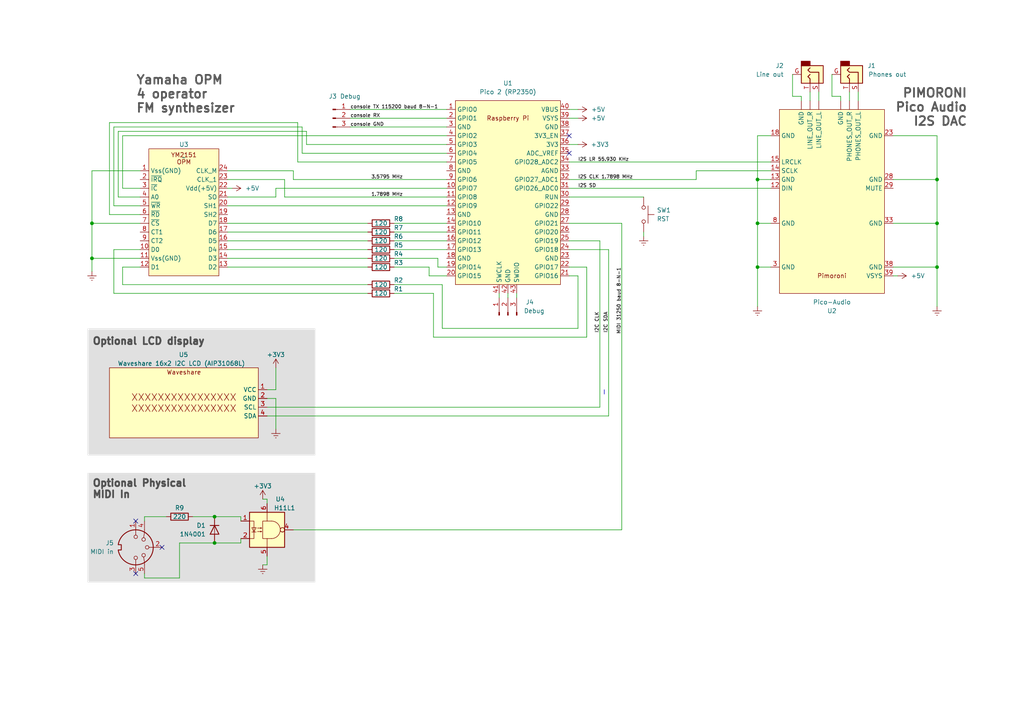
<source format=kicad_sch>
(kicad_sch (version 20230121) (generator eeschema)
  (paper "A4")
  (title_block (title "picoX21H") (date "2025-04-13") (rev "0.02") (company "https://github.com/AnotherJohnH/picoX21H"))
  (lib_symbols
    (symbol "Connector:Conn_01x03_Pin" (pin_names (offset 1.016) hide)
      (property "Reference" "J" (at 0 5.08 0))
      (property "Value" "Conn_01x03_Pin" (at 0 -5.08 0))
      (symbol "Conn_01x03_Pin_1_1"
        (polyline (pts (xy 1.27 -2.54) (xy 0.8636 -2.54)) (stroke (width 0.1524)))
        (polyline (pts (xy 1.27 0) (xy 0.8636 0)) (stroke (width 0.1524)))
        (polyline (pts (xy 1.27 2.54) (xy 0.8636 2.54)) (stroke (width 0.1524)))
        (rectangle (start 0.8636 -2.413) (end 0 -2.667) (stroke (width 0.1524)) (fill (type outline)))
        (rectangle (start 0.8636 0.127) (end 0 -0.127) (stroke (width 0.1524)) (fill (type outline)))
        (rectangle (start 0.8636 2.667) (end 0 2.413) (stroke (width 0.1524)) (fill (type outline)))
        (pin passive line (at 5.08 2.54 180) (length 3.81) (name "Pin_1") (number "1"))
        (pin passive line (at 5.08 0 180) (length 3.81) (name "Pin_2") (number "2"))
        (pin passive line (at 5.08 -2.54 180) (length 3.81) (name "Pin_3") (number "3"))
      )
    )
    (symbol "Connector:DIN-5_180degree" (pin_names (offset 1.016))
      (property "Reference" "J" (at 3.175 5.715 0))
      (property "Value" "DIN-5_180degree" (at 0 -6.35 0))
      (symbol "DIN-5_180degree_0_1"
        (arc (start -5.08 0) (mid -3.8609 -3.3364) (end -0.762 -5.08) (stroke (width 0.254)))
        (circle (center -3.048 0) (radius 0.508))
        (circle (center -2.286 2.286) (radius 0.508))
        (polyline (pts (xy -5.08 0) (xy -3.556 0)))
        (polyline (pts (xy 0 5.08) (xy 0 3.81)))
        (polyline (pts (xy 5.08 0) (xy 3.556 0)))
        (polyline (pts (xy -5.08 2.54) (xy -4.318 2.54) (xy -2.794 2.286)))
        (polyline (pts (xy 5.08 2.54) (xy 4.318 2.54) (xy 2.794 2.286)))
        (polyline (pts (xy -0.762 -4.953) (xy -0.762 -4.191) (xy 0.762 -4.191) (xy 0.762 -4.953)) (stroke (width 0.254)))
        (circle (center 0 3.302) (radius 0.508))
        (arc (start 0.762 -5.08) (mid 3.8685 -3.343) (end 5.08 0) (stroke (width 0.254)))
        (circle (center 2.286 2.286) (radius 0.508))
        (circle (center 3.048 0) (radius 0.508))
        (arc (start 5.08 0) (mid 0 5.0579) (end -5.08 0) (stroke (width 0.254)))
      )
      (symbol "DIN-5_180degree_1_1"
        (pin passive line (at -7.62 0 0) (length 2.54) (name "~") (number "1"))
        (pin passive line (at 0 7.62 270) (length 2.54) (name "~") (number "2"))
        (pin passive line (at 7.62 0 180) (length 2.54) (name "~") (number "3"))
        (pin passive line (at -7.62 2.54 0) (length 2.54) (name "~") (number "4"))
        (pin passive line (at 7.62 2.54 180) (length 2.54) (name "~") (number "5"))
      )
    )
    (symbol "Connector_Audio:AudioJack2_Ground"
      (property "Reference" "J" (at 0 8.89 0))
      (property "Value" "AudioJack2_Ground" (at 0 6.35 0))
      (symbol "AudioJack2_Ground_0_1"
        (rectangle (start -2.54 -2.54) (end -3.81 0) (stroke (width 0.254)) (fill (type outline)))
        (polyline (pts (xy 0 0) (xy 0.635 -0.635) (xy 1.27 0) (xy 2.54 0)) (stroke (width 0.254)))
        (polyline (pts (xy 2.54 2.54) (xy -0.635 2.54) (xy -0.635 0) (xy -1.27 -0.635) (xy -1.905 0)) (stroke (width 0.254)))
        (rectangle (start 2.54 3.81) (end -2.54 -2.54) (stroke (width 0.254)) (fill (type background)))
      )
      (symbol "AudioJack2_Ground_1_1"
        (pin passive line (at 0 -5.08 90) (length 2.54) (name "~") (number "G"))
        (pin passive line (at 5.08 2.54 180) (length 2.54) (name "~") (number "S"))
        (pin passive line (at 5.08 0 180) (length 2.54) (name "~") (number "T"))
      )
    )
    (symbol "Device:R" (pin_numbers hide) (pin_names (offset 0))
      (property "Reference" "R" (at 2.032 0 90))
      (property "Value" "R" (at 0 0 90))
      (symbol "R_0_1"
        (rectangle (start -1.016 -2.54) (end 1.016 2.54) (stroke (width 0.254)))
      )
      (symbol "R_1_1"
        (pin passive line (at 0 3.81 270) (length 1.27) (name "~") (number "1"))
        (pin passive line (at 0 -3.81 90) (length 1.27) (name "~") (number "2"))
      )
    )
    (symbol "Diode:1N4001" (pin_numbers hide) (pin_names hide)
      (property "Reference" "D" (at 0 2.54 0))
      (property "Value" "1N4001" (at 0 -2.54 0))
      (symbol "1N4001_0_1"
        (polyline (pts (xy -1.27 1.27) (xy -1.27 -1.27)) (stroke (width 0.254)))
        (polyline (pts (xy 1.27 0) (xy -1.27 0)))
        (polyline (pts (xy 1.27 1.27) (xy 1.27 -1.27) (xy -1.27 0) (xy 1.27 1.27)) (stroke (width 0.254)))
      )
      (symbol "1N4001_1_1"
        (pin passive line (at -3.81 0 0) (length 2.54) (name "K") (number "1"))
        (pin passive line (at 3.81 0 180) (length 2.54) (name "A") (number "2"))
      )
    )
    (symbol "Isolator:H11L1" (pin_names (offset 1.016))
      (property "Reference" "U" (at 1.27 8.89 0))
      (property "Value" "H11L1" (at 1.27 6.35 0))
      (symbol "H11L1_0_1"
        (rectangle (start -5.08 5.08) (end 5.08 -5.08) (stroke (width 0.254)) (fill (type background)))
        (polyline (pts (xy -4.445 -0.635) (xy -3.175 -0.635)))
        (polyline (pts (xy 0 2.54) (xy 0 5.08)))
        (polyline (pts (xy 0 -2.54) (xy 0 -5.08) (xy 0 -3.81)))
        (polyline (pts (xy -5.08 -2.54) (xy -3.81 -2.54) (xy -3.81 2.54) (xy -5.08 2.54)))
        (polyline (pts (xy -3.81 -0.635) (xy -4.445 0.635) (xy -3.175 0.635) (xy -3.81 -0.635)))
        (polyline (pts (xy 1.27 -2.54) (xy -1.27 -2.54) (xy -1.27 2.54) (xy 1.27 2.54)))
        (polyline (pts (xy -2.794 -0.508) (xy -1.524 -0.508) (xy -1.905 -0.635) (xy -1.905 -0.381) (xy -1.524 -0.508)))
        (polyline (pts (xy -2.794 0.508) (xy -1.524 0.508) (xy -1.905 0.381) (xy -1.905 0.635) (xy -1.524 0.508)))
        (arc (start 1.27 -2.54) (mid 3.799 0) (end 1.27 2.54))
      )
      (symbol "H11L1_1_1"
        (pin passive line (at -7.62 2.54 0) (length 2.54) (name "~") (number "1"))
        (pin passive line (at -7.62 -2.54 0) (length 2.54) (name "~") (number "2"))
        (pin no_connect line (at -5.08 0 0) (length 2.54) hide (name "~") (number "3"))
        (pin output inverted (at 7.62 0 180) (length 3.81) (name "~") (number "4"))
        (pin power_in line (at 0 -7.62 90) (length 2.54) (name "~") (number "5"))
        (pin power_in line (at 0 7.62 270) (length 2.54) (name "~") (number "6"))
      )
    )
    (symbol "MCU_RaspberryPi_and_Boards:Pico 2"
      (property "Reference" "U" (at -13.97 27.94 0))
      (property "Value" "Pico 2 (RP2350)" (at 0 19.05 0))
      (symbol "Pico 2_0_1"
        (rectangle (start -15.24 26.67) (end 15.24 -26.67) (fill (type background)))
      )
      (symbol "Pico 2_1_0"
        (text "Raspberry Pi" (at 0 21.59 0) (effects (font (size 1.27 1.27))))
      )
      (symbol "Pico 2_1_1"
        (pin bidirectional line (at -17.78 24.13 0) (length 2.54) (name "GPIO0") (number "1"))
        (pin bidirectional line (at -17.78 1.27 0) (length 2.54) (name "GPIO7") (number "10"))
        (pin bidirectional line (at -17.78 -1.27 0) (length 2.54) (name "GPIO8") (number "11"))
        (pin bidirectional line (at -17.78 -3.81 0) (length 2.54) (name "GPIO9") (number "12"))
        (pin power_in line (at -17.78 -6.35 0) (length 2.54) (name "GND") (number "13"))
        (pin bidirectional line (at -17.78 -8.89 0) (length 2.54) (name "GPIO10") (number "14"))
        (pin bidirectional line (at -17.78 -11.43 0) (length 2.54) (name "GPIO11") (number "15"))
        (pin bidirectional line (at -17.78 -13.97 0) (length 2.54) (name "GPIO12") (number "16"))
        (pin bidirectional line (at -17.78 -16.51 0) (length 2.54) (name "GPIO13") (number "17"))
        (pin power_in line (at -17.78 -19.05 0) (length 2.54) (name "GND") (number "18"))
        (pin bidirectional line (at -17.78 -21.59 0) (length 2.54) (name "GPIO14") (number "19"))
        (pin bidirectional line (at -17.78 21.59 0) (length 2.54) (name "GPIO1") (number "2"))
        (pin bidirectional line (at -17.78 -24.13 0) (length 2.54) (name "GPIO15") (number "20"))
        (pin bidirectional line (at 17.78 -24.13 180) (length 2.54) (name "GPIO16") (number "21"))
        (pin bidirectional line (at 17.78 -21.59 180) (length 2.54) (name "GPIO17") (number "22"))
        (pin power_in line (at 17.78 -19.05 180) (length 2.54) (name "GND") (number "23"))
        (pin bidirectional line (at 17.78 -16.51 180) (length 2.54) (name "GPIO18") (number "24"))
        (pin bidirectional line (at 17.78 -13.97 180) (length 2.54) (name "GPIO19") (number "25"))
        (pin bidirectional line (at 17.78 -11.43 180) (length 2.54) (name "GPIO20") (number "26"))
        (pin bidirectional line (at 17.78 -8.89 180) (length 2.54) (name "GPIO21") (number "27"))
        (pin power_in line (at 17.78 -6.35 180) (length 2.54) (name "GND") (number "28"))
        (pin bidirectional line (at 17.78 -3.81 180) (length 2.54) (name "GPIO22") (number "29"))
        (pin power_in line (at -17.78 19.05 0) (length 2.54) (name "GND") (number "3"))
        (pin input line (at 17.78 -1.27 180) (length 2.54) (name "RUN") (number "30"))
        (pin bidirectional line (at 17.78 1.27 180) (length 2.54) (name "GPIO26_ADC0") (number "31"))
        (pin bidirectional line (at 17.78 3.81 180) (length 2.54) (name "GPIO27_ADC1") (number "32"))
        (pin power_in line (at 17.78 6.35 180) (length 2.54) (name "AGND") (number "33"))
        (pin bidirectional line (at 17.78 8.89 180) (length 2.54) (name "GPIO28_ADC2") (number "34"))
        (pin power_in line (at 17.78 11.43 180) (length 2.54) (name "ADC_VREF") (number "35"))
        (pin power_in line (at 17.78 13.97 180) (length 2.54) (name "3V3") (number "36"))
        (pin input line (at 17.78 16.51 180) (length 2.54) (name "3V3_EN") (number "37"))
        (pin bidirectional line (at 17.78 19.05 180) (length 2.54) (name "GND") (number "38"))
        (pin power_in line (at 17.78 21.59 180) (length 2.54) (name "VSYS") (number "39"))
        (pin bidirectional line (at -17.78 16.51 0) (length 2.54) (name "GPIO2") (number "4"))
        (pin power_in line (at 17.78 24.13 180) (length 2.54) (name "VBUS") (number "40"))
        (pin input line (at -2.54 -29.21 90) (length 2.54) (name "SWCLK") (number "41"))
        (pin power_in line (at 0 -29.21 90) (length 2.54) (name "GND") (number "42"))
        (pin bidirectional line (at 2.54 -29.21 90) (length 2.54) (name "SWDIO") (number "43"))
        (pin bidirectional line (at -17.78 13.97 0) (length 2.54) (name "GPIO3") (number "5"))
        (pin bidirectional line (at -17.78 11.43 0) (length 2.54) (name "GPIO4") (number "6"))
        (pin bidirectional line (at -17.78 8.89 0) (length 2.54) (name "GPIO5") (number "7"))
        (pin power_in line (at -17.78 6.35 0) (length 2.54) (name "GND") (number "8"))
        (pin bidirectional line (at -17.78 3.81 0) (length 2.54) (name "GPIO6") (number "9"))
      )
    )
    (symbol "MCU_RaspberryPi_and_Boards:Pimoroni Pico-Audio"
      (property "Reference" "U" (at -13.97 27.94 0))
      (property "Value" "Pico-Audio" (at 0 19.05 0))
      (symbol "Pimoroni Pico-Audio_0_1"
        (rectangle (start -15.24 26.67) (end 15.24 -26.67) (fill (type background)))
      )
      (symbol "Pimoroni Pico-Audio_1_0"
        (text "Pimoroni" (at 0 21.59 0) (effects (font (size 1.27 1.27))))
      )
      (symbol "Pimoroni Pico-Audio_1_1"
        (pin power_out line (at -8.89 -29.21 90) (length 2.54) (name "GND") (number ""))
        (pin power_out line (at 2.54 -29.21 90) (length 2.54) (name "GND") (number ""))
        (pin output line (at -3.81 -29.21 90) (length 2.54) (name "LINE_OUT_L") (number ""))
        (pin output line (at -6.35 -29.21 90) (length 2.54) (name "LINE_OUT_R") (number ""))
        (pin output line (at 7.62 -29.21 90) (length 2.54) (name "PHONES_OUT_L") (number ""))
        (pin output line (at 5.08 -29.21 90) (length 2.54) (name "PHONES_OUT_R") (number ""))
        (pin input line (at -17.78 -3.81 0) (length 2.54) (name "DIN") (number "12"))
        (pin power_in line (at -17.78 -6.35 0) (length 2.54) (name "GND") (number "13"))
        (pin input line (at -17.78 -8.89 0) (length 2.54) (name "SCLK") (number "14"))
        (pin input line (at -17.78 -11.43 0) (length 2.54) (name "LRCLK") (number "15"))
        (pin power_in line (at -17.78 -19.05 0) (length 2.54) (name "GND") (number "18"))
        (pin power_in line (at 17.78 -19.05 180) (length 2.54) (name "GND") (number "23"))
        (pin power_in line (at 17.78 -6.35 180) (length 2.54) (name "GND") (number "28"))
        (pin input line (at 17.78 -3.81 180) (length 2.54) (name "MUTE") (number "29"))
        (pin power_in line (at -17.78 19.05 0) (length 2.54) (name "GND") (number "3"))
        (pin power_in line (at 17.78 6.35 180) (length 2.54) (name "GND") (number "33"))
        (pin bidirectional line (at 17.78 19.05 180) (length 2.54) (name "GND") (number "38"))
        (pin power_in line (at 17.78 21.59 180) (length 2.54) (name "VSYS") (number "39"))
        (pin power_in line (at -17.78 6.35 0) (length 2.54) (name "GND") (number "8"))
      )
    )
    (symbol "MCU_RaspberryPi_and_Boards:Waveshare 16x2 I2C LCD"
      (property "Reference" "U" (at -1.27 12.7 0))
      (property "Value" "Waveshare 16x2 I2C LCD" (at 0 6.35 0))
      (symbol "Waveshare 16x2 I2C LCD_0_1"
        (rectangle (start -21.59 10.16) (end 21.59 -10.16) (fill (type background)))
      )
      (symbol "Waveshare 16x2 I2C LCD_1_0"
        (text "Waveshare" (at 0 8.89 0) (effects (font (size 1.27 1.27))))
        (text "XXXXXXXXXXXXXXXX\nXXXXXXXXXXXXXXXX" (at 0 0 0) (effects (font (size 2 2))))
      )
      (symbol "Waveshare 16x2 I2C LCD_1_1"
        (pin power_in line (at -24.13 3.81 0) (length 2.54) (name "VCC") (number "1"))
        (pin power_in line (at -24.13 1.27 0) (length 2.54) (name "GND") (number "2"))
        (pin input line (at -24.13 -1.27 0) (length 2.54) (name "SCL") (number "3"))
        (pin input line (at -24.13 -3.81 0) (length 2.54) (name "SDA") (number "4"))
      )
    )
    (symbol "MCU_RaspberryPi_and_Boards:YM2151"
      (property "Reference" "U" (at 0 20.32 0))
      (symbol "YM2151_0_0"
        (text_box "YM2151\nOPM\n" (at -10.16 19.05 0) (size 20.32 -36.83) (fill (type color) (color 255 255 194 1)) (effects (font (size 1.27 1.27)) (justify top)))
      )
      (symbol "YM2151_0_1"
        (rectangle (start 3.81 10.16) (end 3.81 10.16))
      )
      (symbol "YM2151_1_1"
        (pin power_in line (at -12.7 12.7 0) (length 2.54) (name "Vss(GND)") (number "1"))
        (pin bidirectional line (at -12.7 -10.16 0) (length 2.54) (name "D0") (number "10"))
        (pin power_in line (at -12.7 -12.7 0) (length 2.54) (name "Vss(GND)") (number "11"))
        (pin bidirectional line (at -12.7 -15.24 0) (length 2.54) (name "D1") (number "12"))
        (pin bidirectional line (at 12.7 -15.24 180) (length 2.54) (name "D2") (number "13"))
        (pin bidirectional line (at 12.7 -12.7 180) (length 2.54) (name "D3") (number "14"))
        (pin bidirectional line (at 12.7 -10.16 180) (length 2.54) (name "D4") (number "15"))
        (pin bidirectional line (at 12.7 -7.62 180) (length 2.54) (name "D5") (number "16"))
        (pin bidirectional line (at 12.7 -5.08 180) (length 2.54) (name "D6") (number "17"))
        (pin bidirectional line (at 12.7 -2.54 180) (length 2.54) (name "D7") (number "18"))
        (pin output line (at 12.7 0 180) (length 2.54) (name "SH2") (number "19"))
        (pin output line (at -12.7 10.16 0) (length 2.54) (name "~{IRQ}") (number "2"))
        (pin output line (at 12.7 2.54 180) (length 2.54) (name "SH1") (number "20"))
        (pin output line (at 12.7 5.08 180) (length 2.54) (name "SO") (number "21"))
        (pin power_in line (at 12.7 7.62 180) (length 2.54) (name "Vdd(+5V)") (number "22"))
        (pin output line (at 12.7 10.16 180) (length 2.54) (name "CLK_1") (number "23"))
        (pin input line (at 12.7 12.7 180) (length 2.54) (name "CLK_M") (number "24"))
        (pin input line (at -12.7 7.62 0) (length 2.54) (name "~{IC}") (number "3"))
        (pin input line (at -12.7 5.08 0) (length 2.54) (name "A0") (number "4"))
        (pin input line (at -12.7 2.54 0) (length 2.54) (name "~{WR}") (number "5"))
        (pin input line (at -12.7 0 0) (length 2.54) (name "~{RD}") (number "6"))
        (pin input line (at -12.7 -2.54 0) (length 2.54) (name "~{CS}") (number "7"))
        (pin output line (at -12.7 -5.08 0) (length 2.54) (name "CT1") (number "8"))
        (pin output line (at -12.7 -7.62 0) (length 2.54) (name "CT2") (number "9"))
      )
    )
    (symbol "Switch:SW_Push" (pin_numbers hide) (pin_names (offset 1.016) hide)
      (property "Reference" "SW" (at 1.27 2.54 0))
      (property "Value" "SW_Push" (at 0 -1.524 0))
      (symbol "SW_Push_0_1"
        (circle (center -2.032 0) (radius 0.508))
        (polyline (pts (xy 0 1.27) (xy 0 3.048)))
        (polyline (pts (xy 2.54 1.27) (xy -2.54 1.27)))
        (circle (center 2.032 0) (radius 0.508))
        (pin passive line (at -5.08 0 0) (length 2.54) (name "1") (number "1"))
        (pin passive line (at 5.08 0 180) (length 2.54) (name "2") (number "2"))
      )
    )
    (symbol "power:+3V3" (power) (pin_names (offset 0))
      (property "Value" "+3V3" (at 0 3.556 0))
      (symbol "+3V3_0_1"
        (polyline (pts (xy -0.762 1.27) (xy 0 2.54)))
        (polyline (pts (xy 0 0) (xy 0 2.54)))
        (polyline (pts (xy 0 2.54) (xy 0.762 1.27)))
      )
      (symbol "+3V3_1_1"
        (pin power_in line (at 0 0 90) (length 0) hide (name "+3V3") (number "1"))
      )
    )
    (symbol "power:+5V" (power) (pin_names (offset 0))
      (property "Value" "+5V" (at 0 3.556 0))
      (symbol "+5V_0_1"
        (polyline (pts (xy -0.762 1.27) (xy 0 2.54)))
        (polyline (pts (xy 0 0) (xy 0 2.54)))
        (polyline (pts (xy 0 2.54) (xy 0.762 1.27)))
      )
      (symbol "+5V_1_1"
        (pin power_in line (at 0 0 90) (length 0) hide (name "+5V") (number "1"))
      )
    )
    (symbol "power:Earth" (power) (pin_names (offset 0))
      (symbol "Earth_0_1"
        (polyline (pts (xy -0.635 -1.905) (xy 0.635 -1.905)))
        (polyline (pts (xy -0.127 -2.54) (xy 0.127 -2.54)))
        (polyline (pts (xy 0 -1.27) (xy 0 0)))
        (polyline (pts (xy 1.27 -1.27) (xy -1.27 -1.27)))
      )
      (symbol "Earth_1_1"
        (pin power_in line (at 0 0 270) (length 0) hide (name "Earth") (number "1"))
      )
    )
  )
  (junction (at 271.78 52.07))
  (junction (at 26.67 74.93))
  (junction (at 62.23 149.86))
  (junction (at 26.67 64.77))
  (junction (at 62.23 157.48))
  (junction (at 219.71 77.47))
  (junction (at 271.78 64.77))
  (junction (at 219.71 64.77))
  (junction (at 271.78 77.47))
  (junction (at 219.71 52.07))
  (no_connect (at 165.1 44.45))
  (no_connect (at 165.1 39.37))
  (no_connect (at 46.99 158.75))
  (no_connect (at 39.37 166.37))
  (no_connect (at 39.37 151.13))
  (wire (pts (xy 40.64 77.47) (xy 35.56 77.47)))
  (wire (pts (xy 26.67 74.93) (xy 26.67 78.74)))
  (wire (pts (xy 82.55 52.07) (xy 66.04 52.07)))
  (wire (pts (xy 80.01 115.57) (xy 80.01 124.46)))
  (wire (pts (xy 41.91 166.37) (xy 41.91 167.64)))
  (wire (pts (xy 129.54 64.77) (xy 114.3 64.77)))
  (wire (pts (xy 219.71 64.77) (xy 219.71 77.47)))
  (wire (pts (xy 106.68 67.31) (xy 66.04 67.31)))
  (wire (pts (xy 85.09 49.53) (xy 85.09 52.07)))
  (wire (pts (xy 170.18 77.47) (xy 165.1 77.47)))
  (wire (pts (xy 149.86 85.09) (xy 149.86 86.36)))
  (wire (pts (xy 41.91 151.13) (xy 41.91 149.86)))
  (wire (pts (xy 129.54 41.91) (xy 88.9 41.91)))
  (wire (pts (xy 129.54 67.31) (xy 114.3 67.31)))
  (wire (pts (xy 86.36 35.56) (xy 86.36 46.99)))
  (wire (pts (xy 62.23 157.48) (xy 69.85 157.48)))
  (wire (pts (xy 165.1 52.07) (xy 201.93 52.07)))
  (wire (pts (xy 124.46 77.47) (xy 114.3 77.47)))
  (wire (pts (xy 35.56 39.37) (xy 35.56 54.61)))
  (wire (pts (xy 167.64 95.25) (xy 167.64 80.01)))
  (wire (pts (xy 128.27 95.25) (xy 128.27 82.55)))
  (wire (pts (xy 248.92 26.67) (xy 248.92 29.21)))
  (wire (pts (xy 86.36 35.56) (xy 31.75 35.56)))
  (wire (pts (xy 125.73 97.79) (xy 125.73 85.09)))
  (wire (pts (xy 77.47 144.78) (xy 76.2 144.78)))
  (wire (pts (xy 66.04 57.15) (xy 80.01 57.15)))
  (wire (pts (xy 219.71 39.37) (xy 223.52 39.37)))
  (wire (pts (xy 124.46 80.01) (xy 129.54 80.01)))
  (wire (pts (xy 167.64 95.25) (xy 128.27 95.25)))
  (wire (pts (xy 106.68 82.55) (xy 35.56 82.55)))
  (wire (pts (xy 219.71 77.47) (xy 219.71 88.9)))
  (wire (pts (xy 40.64 59.69) (xy 33.02 59.69)))
  (wire (pts (xy 69.85 156.21) (xy 69.85 157.48)))
  (wire (pts (xy 259.08 77.47) (xy 271.78 77.47)))
  (wire (pts (xy 127 74.93) (xy 127 77.47)))
  (wire (pts (xy 106.68 74.93) (xy 66.04 74.93)))
  (wire (pts (xy 34.29 38.1) (xy 34.29 57.15)))
  (wire (pts (xy 129.54 54.61) (xy 80.01 54.61)))
  (wire (pts (xy 106.68 77.47) (xy 66.04 77.47)))
  (wire (pts (xy 80.01 57.15) (xy 80.01 54.61)))
  (wire (pts (xy 33.02 85.09) (xy 33.02 72.39)))
  (wire (pts (xy 271.78 64.77) (xy 271.78 77.47)))
  (wire (pts (xy 229.87 21.59) (xy 229.87 27.94)))
  (wire (pts (xy 129.54 39.37) (xy 35.56 39.37)))
  (wire (pts (xy 67.31 54.61) (xy 66.04 54.61)))
  (wire (pts (xy 129.54 44.45) (xy 87.63 44.45)))
  (wire (pts (xy 165.1 46.99) (xy 223.52 46.99)))
  (wire (pts (xy 88.9 38.1) (xy 34.29 38.1)))
  (wire (pts (xy 82.55 52.07) (xy 82.55 57.15)))
  (wire (pts (xy 165.1 34.29) (xy 167.64 34.29)))
  (wire (pts (xy 232.41 27.94) (xy 229.87 27.94)))
  (wire (pts (xy 271.78 52.07) (xy 271.78 64.77)))
  (wire (pts (xy 62.23 149.86) (xy 55.88 149.86)))
  (wire (pts (xy 129.54 57.15) (xy 82.55 57.15)))
  (wire (pts (xy 170.18 97.79) (xy 170.18 77.47)))
  (wire (pts (xy 85.09 153.67) (xy 180.34 153.67)))
  (wire (pts (xy 271.78 52.07) (xy 259.08 52.07)))
  (wire (pts (xy 101.6 31.75) (xy 129.54 31.75)))
  (wire (pts (xy 40.64 74.93) (xy 26.67 74.93)))
  (wire (pts (xy 62.23 157.48) (xy 52.07 157.48)))
  (wire (pts (xy 165.1 41.91) (xy 167.64 41.91)))
  (wire (pts (xy 186.69 67.31) (xy 186.69 68.58)))
  (wire (pts (xy 144.78 85.09) (xy 144.78 86.36)))
  (wire (pts (xy 170.18 97.79) (xy 125.73 97.79)))
  (wire (pts (xy 40.64 64.77) (xy 26.67 64.77)))
  (wire (pts (xy 101.6 34.29) (xy 129.54 34.29)))
  (wire (pts (xy 87.63 44.45) (xy 87.63 36.83)))
  (wire (pts (xy 129.54 72.39) (xy 114.3 72.39)))
  (wire (pts (xy 129.54 59.69) (xy 66.04 59.69)))
  (wire (pts (xy 180.34 64.77) (xy 180.34 153.67)))
  (wire (pts (xy 243.84 27.94) (xy 241.3 27.94)))
  (wire (pts (xy 201.93 49.53) (xy 223.52 49.53)))
  (polyline (pts (xy 175.26 113.03) (xy 175.26 114.3)))
  (wire (pts (xy 52.07 167.64) (xy 41.91 167.64)))
  (wire (pts (xy 125.73 85.09) (xy 114.3 85.09)))
  (wire (pts (xy 232.41 29.21) (xy 232.41 27.94)))
  (wire (pts (xy 219.71 39.37) (xy 219.71 52.07)))
  (wire (pts (xy 33.02 36.83) (xy 33.02 59.69)))
  (wire (pts (xy 167.64 80.01) (xy 165.1 80.01)))
  (wire (pts (xy 106.68 72.39) (xy 66.04 72.39)))
  (wire (pts (xy 85.09 52.07) (xy 129.54 52.07)))
  (wire (pts (xy 77.47 118.11) (xy 173.99 118.11)))
  (wire (pts (xy 219.71 52.07) (xy 219.71 64.77)))
  (wire (pts (xy 40.64 57.15) (xy 34.29 57.15)))
  (wire (pts (xy 129.54 46.99) (xy 86.36 46.99)))
  (wire (pts (xy 101.6 36.83) (xy 129.54 36.83)))
  (wire (pts (xy 127 77.47) (xy 129.54 77.47)))
  (wire (pts (xy 271.78 64.77) (xy 259.08 64.77)))
  (wire (pts (xy 80.01 106.68) (xy 80.01 113.03)))
  (wire (pts (xy 77.47 115.57) (xy 80.01 115.57)))
  (wire (pts (xy 173.99 69.85) (xy 173.99 118.11)))
  (wire (pts (xy 40.64 72.39) (xy 33.02 72.39)))
  (wire (pts (xy 234.95 26.67) (xy 234.95 29.21)))
  (wire (pts (xy 237.49 26.67) (xy 237.49 29.21)))
  (wire (pts (xy 35.56 82.55) (xy 35.56 77.47)))
  (wire (pts (xy 271.78 77.47) (xy 271.78 88.9)))
  (wire (pts (xy 40.64 49.53) (xy 26.67 49.53)))
  (wire (pts (xy 106.68 85.09) (xy 33.02 85.09)))
  (wire (pts (xy 173.99 69.85) (xy 165.1 69.85)))
  (wire (pts (xy 147.32 85.09) (xy 147.32 86.36)))
  (wire (pts (xy 26.67 64.77) (xy 26.67 74.93)))
  (wire (pts (xy 41.91 149.86) (xy 48.26 149.86)))
  (wire (pts (xy 31.75 62.23) (xy 40.64 62.23)))
  (wire (pts (xy 26.67 49.53) (xy 26.67 64.77)))
  (wire (pts (xy 69.85 149.86) (xy 69.85 151.13)))
  (wire (pts (xy 165.1 54.61) (xy 223.52 54.61)))
  (wire (pts (xy 165.1 57.15) (xy 186.69 57.15)))
  (wire (pts (xy 35.56 54.61) (xy 40.64 54.61)))
  (wire (pts (xy 243.84 29.21) (xy 243.84 27.94)))
  (wire (pts (xy 180.34 64.77) (xy 165.1 64.77)))
  (wire (pts (xy 77.47 120.65) (xy 176.53 120.65)))
  (wire (pts (xy 31.75 35.56) (xy 31.75 62.23)))
  (wire (pts (xy 77.47 144.78) (xy 77.47 146.05)))
  (wire (pts (xy 176.53 72.39) (xy 165.1 72.39)))
  (wire (pts (xy 87.63 36.83) (xy 33.02 36.83)))
  (wire (pts (xy 77.47 161.29) (xy 77.47 163.83)))
  (wire (pts (xy 246.38 26.67) (xy 246.38 29.21)))
  (wire (pts (xy 85.09 49.53) (xy 66.04 49.53)))
  (wire (pts (xy 106.68 69.85) (xy 66.04 69.85)))
  (wire (pts (xy 176.53 72.39) (xy 176.53 120.65)))
  (wire (pts (xy 77.47 163.83) (xy 76.2 163.83)))
  (wire (pts (xy 77.47 113.03) (xy 80.01 113.03)))
  (wire (pts (xy 52.07 157.48) (xy 52.07 167.64)))
  (wire (pts (xy 271.78 39.37) (xy 259.08 39.37)))
  (wire (pts (xy 128.27 82.55) (xy 114.3 82.55)))
  (wire (pts (xy 127 74.93) (xy 114.3 74.93)))
  (wire (pts (xy 219.71 77.47) (xy 223.52 77.47)))
  (wire (pts (xy 201.93 49.53) (xy 201.93 52.07)))
  (wire (pts (xy 129.54 69.85) (xy 114.3 69.85)))
  (wire (pts (xy 223.52 52.07) (xy 219.71 52.07)))
  (wire (pts (xy 241.3 27.94) (xy 241.3 21.59)))
  (wire (pts (xy 165.1 31.75) (xy 167.64 31.75)))
  (wire (pts (xy 62.23 149.86) (xy 69.85 149.86)))
  (wire (pts (xy 271.78 39.37) (xy 271.78 52.07)))
  (wire (pts (xy 124.46 77.47) (xy 124.46 80.01)))
  (wire (pts (xy 88.9 41.91) (xy 88.9 38.1)))
  (wire (pts (xy 260.35 80.01) (xy 259.08 80.01)))
  (wire (pts (xy 106.68 64.77) (xy 66.04 64.77)))
  (wire (pts (xy 219.71 64.77) (xy 223.52 64.77)))
  (rectangle (start 25.4 95.25) (end 91.44 132.08) (stroke (width -0.0001)) (fill (type color) (color 224 224 224 1)))
  (rectangle (start 25.4 137.16) (end 91.44 168.91) (stroke (width -0.0001)) (fill (type color) (color 224 224 224 1)))
  (text "Yamaha OPM\n4 operator\nFM synthesizer" (at 39.37 33.02 0) (effects (font (size 2.54 2.54) (thickness 0.508) bold) (justify left bottom)))
  (text "Optional LCD display" (at 26.67 100.33 0) (effects (font (size 2.032 2.032) (thickness 0.508) bold) (justify left bottom)))
  (text "PIMORONI\nPico Audio\nI2S DAC" (at 280.67 36.83 0) (effects (font (size 2.54 2.54) (thickness 0.508) bold) (justify right bottom)))
  (text "Optional Physical\nMIDI In" (at 26.67 144.78 0) (effects (font (size 2.032 2.032) (thickness 0.508) bold) (justify left bottom)))
  (label "console RX" (at 101.6 34.29 0) (effects (font (size 1 1))))
  (label "I2S LR 55.930 KHz" (at 167.64 46.99 0) (effects (font (size 1 1))))
  (label "I2S CLK 1.7898 MHz" (at 167.64 52.07 0) (effects (font (size 1 1))))
  (label "console GND" (at 101.6 36.83 0) (effects (font (size 1 1))))
  (label "1.7898 MHz" (at 116.84 57.15 180) (effects (font (size 1 1))))
  (label "I2C SDA" (at 176.53 96.52 90) (effects (font (size 1 1))))
  (label "I2C CLK" (at 173.99 96.52 90) (effects (font (size 1 1))))
  (label "MIDI 31250 baud 8-N-1" (at 180.34 77.47 270) (effects (font (size 1 1))))
  (label "console TX 115200 baud 8-N-1 " (at 101.6 31.75 0) (effects (font (size 1 1))))
  (label "3.5795 MHz" (at 116.84 52.07 180) (effects (font (size 1 1))))
  (label "I2S SD" (at 167.64 54.61 0) (effects (font (size 1 1))))
  (symbol (lib_id "Diode:1N4001") (at 62.23 153.67 90) (mirror x) (unit 1)
    (property "Reference" "D1" (at 59.69 152.4 90) (effects (justify left)))
    (property "Value" "1N4001" (at 59.69 154.94 90) (effects (justify left)))
    (property "Footprint" "Diode_THT:D_DO-41_SOD81_P10.16mm_Horizontal" (effects hide))
    (property "Datasheet" "http://www.vishay.com/docs/88503/1n4001.pdf" (effects hide))
    (property "Sim.Device" "D" (effects hide))
    (property "Sim.Pins" "1=K 2=A" (effects hide))
  )
  (symbol (lib_id "MCU_RaspberryPi_and_Boards:Pico 2") (at 147.32 55.88 0) (unit 1)
    (property "Reference" "U1" (at 147.32 24.13 0))
    (property "Value" "Pico 2 (RP2350)" (at 147.32 26.67 0))
    (property "Footprint" "RPi_Pico:RPi_Pico_SMD_TH" (effects hide))
  )
  (symbol (lib_id "power:Earth") (at 80.01 124.46 0) (unit 1)
    (property "Reference" "#PWR013" (effects hide))
    (property "Value" "Earth" (effects hide))
  )
  (symbol (lib_id "power:Earth") (at 271.78 88.9 0) (unit 1)
    (property "Reference" "#PWR08" (effects hide))
    (property "Value" "Earth" (effects hide))
  )
  (symbol (lib_id "power:Earth") (at 186.69 68.58 0) (unit 1)
    (property "Reference" "#PWR02" (effects hide))
    (property "Value" "Earth" (effects hide))
  )
  (symbol (lib_id "power:+5V") (at 260.35 80.01 270) (unit 1)
    (property "Reference" "#PWR04" (effects hide))
    (property "Value" "VSYS" (at 264.16 80.01 90) (effects (justify left)))
  )
  (symbol (lib_id "Connector_Audio:AudioJack2_Ground") (at 234.95 21.59 270) (unit 1)
    (property "Reference" "J2" (at 227.33 19.05 90) (effects (justify right)))
    (property "Value" "Line out" (at 227.33 21.59 90) (effects (justify right)))
    (property "Footprint" "Connector_Audio:Jack_3.5mm_CUI_SJ1-3523N_Horizontal" (effects hide))
  )
  (symbol (lib_id "Connector:Conn_01x03_Pin") (at 96.52 34.29 0) (unit 1)
    (property "Reference" "J3" (at 96.52 27.94 0))
    (property "Value" "Debug" (at 101.6 27.94 0))
    (property "Footprint" "Connector:FanPinHeader_1x03_P2.54mm_Vertical" (effects hide))
  )
  (symbol (lib_id "Device:R") (at 110.49 67.31 270) (mirror x) (unit 1)
    (property "Reference" "R7" (at 115.57 66.04 90))
    (property "Value" "120" (at 110.49 67.31 90))
  )
  (symbol (lib_id "Isolator:H11L1") (at 77.47 153.67 0) (unit 1)
    (property "Reference" "U4" (at 81.28 144.78 0))
    (property "Value" "H11L1" (at 82.55 147.32 0))
    (property "Footprint" "Package_DIP:DIP-6_W7.62mm_LongPads" (effects hide))
    (property "Datasheet" "https://www.onsemi.com/pub/Collateral/H11L3M-D.PDF" (effects hide))
  )
  (symbol (lib_id "Device:R") (at 110.49 72.39 270) (mirror x) (unit 1)
    (property "Reference" "R5" (at 115.57 71.12 90))
    (property "Value" "120" (at 110.49 72.39 90))
  )
  (symbol (lib_id "power:+3V3") (at 76.2 144.78 0) (unit 1)
    (property "Reference" "#PWR05" (effects hide))
    (property "Value" "+3V3" (at 76.2 140.97 0))
  )
  (symbol (lib_id "power:+5V") (at 67.31 54.61 270) (unit 1)
    (property "Reference" "#PWR011" (effects hide))
    (property "Value" "VSYS" (at 71.12 54.61 90) (effects (justify left)))
  )
  (symbol (lib_id "power:Earth") (at 26.67 78.74 0) (unit 1)
    (property "Reference" "#PWR09" (effects hide))
    (property "Value" "Earth" (effects hide))
  )
  (symbol (lib_id "Device:R") (at 110.49 82.55 270) (mirror x) (unit 1)
    (property "Reference" "R2" (at 115.57 81.28 90))
    (property "Value" "120" (at 110.49 82.55 90))
  )
  (symbol (lib_id "Switch:SW_Push") (at 186.69 62.23 270) (unit 1)
    (property "Reference" "SW1" (at 190.5 60.96 90) (effects (justify left)))
    (property "Value" "RST" (at 190.5 63.5 90) (effects (justify left)))
    (property "Footprint" "Button_Switch_THT:SW_PUSH_6mm_H5mm" (effects hide))
  )
  (symbol (lib_id "MCU_RaspberryPi_and_Boards:Waveshare 16x2 I2C LCD") (at 53.34 116.84 0) (mirror y) (unit 1)
    (property "Reference" "U5" (at 54.61 102.87 0) (effects (justify left)))
    (property "Value" "Waveshare 16x2 I2C LCD (AIP31068L)" (at 71.12 105.41 0) (effects (justify left)))
    (property "Footprint" "RPi_Pico:RPi_Pico_SMD_TH" (effects hide))
  )
  (symbol (lib_id "power:+3V3") (at 80.01 106.68 0) (unit 1)
    (property "Reference" "#PWR012" (effects hide))
    (property "Value" "+3V3" (at 80.01 102.87 0))
  )
  (symbol (lib_id "Connector_Audio:AudioJack2_Ground") (at 246.38 21.59 270) (unit 1)
    (property "Reference" "J1" (at 254 19.05 90) (effects (justify right)))
    (property "Value" "Phones out" (at 262.89 21.59 90) (effects (justify right)))
    (property "Footprint" "Connector_Audio:Jack_3.5mm_CUI_SJ1-3523N_Horizontal" (effects hide))
  )
  (symbol (lib_id "Device:R") (at 110.49 64.77 270) (mirror x) (unit 1)
    (property "Reference" "R8" (at 115.57 63.5 90))
    (property "Value" "120" (at 110.49 64.77 90))
  )
  (symbol (lib_id "MCU_RaspberryPi_and_Boards:Pimoroni Pico-Audio") (at 241.3 58.42 0) (mirror x) (unit 1)
    (property "Reference" "U2" (at 241.3 90.17 0))
    (property "Value" "Pico-Audio" (at 241.3 87.63 0))
    (property "Footprint" "RPi_Pico:RPi_Pico_SMD_TH" (effects hide))
  )
  (symbol (lib_id "MCU_RaspberryPi_and_Boards:YM2151") (at 53.34 62.23 0) (unit 1)
    (property "Reference" "U3" (at 53.34 41.91 0))
    (property "Value" "~" (at 53.34 45.72 0))
  )
  (symbol (lib_id "power:+3V3") (at 167.64 41.91 270) (unit 1)
    (property "Reference" "#PWR06" (effects hide))
    (property "Value" "+3V3" (at 173.99 41.91 90))
  )
  (symbol (lib_id "Device:R") (at 110.49 85.09 270) (mirror x) (unit 1)
    (property "Reference" "R1" (at 115.57 83.82 90))
    (property "Value" "120" (at 110.49 85.09 90))
  )
  (symbol (lib_id "Device:R") (at 110.49 69.85 270) (mirror x) (unit 1)
    (property "Reference" "R6" (at 115.57 68.58 90))
    (property "Value" "120" (at 110.49 69.85 90))
  )
  (symbol (lib_id "Connector:DIN-5_180degree") (at 39.37 158.75 270) (unit 1)
    (property "Reference" "J5" (at 33.02 157.48 90) (effects (justify right)))
    (property "Value" "MIDI in" (at 33.02 160.02 90) (effects (justify right)))
    (property "Datasheet" "http://www.mouser.com/ds/2/18/40_c091_abd_e-75918.pdf" (effects hide))
  )
  (symbol (lib_id "Device:R") (at 52.07 149.86 270) (mirror x) (unit 1)
    (property "Reference" "R9" (at 52.07 147.32 90))
    (property "Value" "220" (at 52.07 149.86 90))
    (property "Footprint" "Resistor_THT:R_Axial_DIN0204_L3.6mm_D1.6mm_P5.08mm_Horizontal" (effects hide))
  )
  (symbol (lib_id "Device:R") (at 110.49 77.47 270) (mirror x) (unit 1)
    (property "Reference" "R3" (at 115.57 76.2 90))
    (property "Value" "120" (at 110.49 77.47 90))
  )
  (symbol (lib_id "Connector:Conn_01x03_Pin") (at 147.32 91.44 90) (unit 1)
    (property "Reference" "J4" (at 153.67 87.63 90))
    (property "Value" "Debug" (at 154.94 90.17 90))
    (property "Footprint" "Connector:FanPinHeader_1x03_P2.54mm_Vertical" (effects hide))
  )
  (symbol (lib_id "power:+5V") (at 167.64 34.29 270) (unit 1)
    (property "Reference" "#PWR010" (effects hide))
    (property "Value" "VSYS" (at 171.45 34.29 90) (effects (justify left)))
  )
  (symbol (lib_id "power:Earth") (at 76.2 163.83 0) (unit 1)
    (property "Reference" "#PWR03" (effects hide))
    (property "Value" "Earth" (effects hide))
  )
  (symbol (lib_id "Device:R") (at 110.49 74.93 270) (mirror x) (unit 1)
    (property "Reference" "R4" (at 115.57 73.66 90))
    (property "Value" "120" (at 110.49 74.93 90))
  )
  (symbol (lib_id "power:Earth") (at 219.71 88.9 0) (unit 1)
    (property "Reference" "#PWR01" (effects hide))
    (property "Value" "Earth" (effects hide))
  )
  (symbol (lib_id "power:+5V") (at 167.64 31.75 270) (unit 1)
    (property "Reference" "#PWR07" (effects hide))
    (property "Value" "+5V" (at 171.45 31.75 90) (effects (justify left)))
  )
)
</source>
